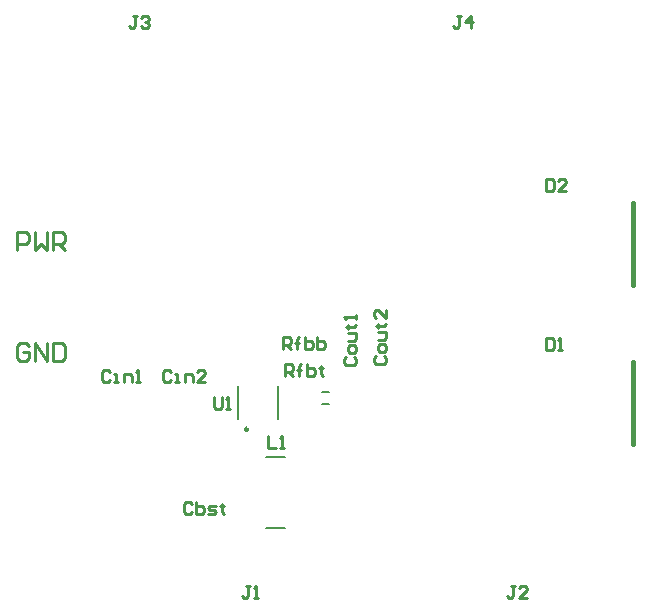
<source format=gto>
G04*
G04 #@! TF.GenerationSoftware,Altium Limited,Altium Designer,26.1.1 (7)*
G04*
G04 Layer_Color=65535*
%FSLAX25Y25*%
%MOIN*%
G70*
G04*
G04 #@! TF.SameCoordinates,7FDA374B-3F72-4115-8A6B-894D552E39AA*
G04*
G04*
G04 #@! TF.FilePolarity,Positive*
G04*
G01*
G75*
%ADD10C,0.00984*%
%ADD11C,0.00500*%
%ADD12C,0.00600*%
%ADD13C,0.01575*%
%ADD14C,0.00787*%
%ADD15C,0.01000*%
D10*
X100493Y64169D02*
G03*
X100493Y64169I-492J0D01*
G01*
D11*
X125175Y72709D02*
X127537D01*
X125175Y76764D02*
X127537D01*
D12*
X106541Y31227D02*
X112941D01*
X106541Y54827D02*
X112941D01*
D13*
X228945Y59220D02*
Y86779D01*
Y112221D02*
Y139779D01*
D14*
X97048Y67516D02*
Y78539D01*
X110434Y67516D02*
Y78539D01*
D15*
X112053Y90949D02*
Y94948D01*
X114053D01*
X114719Y94282D01*
Y92949D01*
X114053Y92282D01*
X112053D01*
X113386D02*
X114719Y90949D01*
X116719D02*
Y94282D01*
Y92949D01*
X116052D01*
X117385D01*
X116719D01*
Y94282D01*
X117385Y94948D01*
X119384D02*
Y90949D01*
X121384D01*
X122050Y91616D01*
Y92282D01*
Y92949D01*
X121384Y93615D01*
X119384D01*
X123383Y94948D02*
Y90949D01*
X125382D01*
X126049Y91616D01*
Y92282D01*
Y92949D01*
X125382Y93615D01*
X123383D01*
X112669Y82001D02*
Y85999D01*
X114668D01*
X115334Y85333D01*
Y84000D01*
X114668Y83334D01*
X112669D01*
X114002D02*
X115334Y82001D01*
X117334D02*
Y85333D01*
Y84000D01*
X116667D01*
X118000D01*
X117334D01*
Y85333D01*
X118000Y85999D01*
X120000D02*
Y82001D01*
X121999D01*
X122666Y82667D01*
Y83334D01*
Y84000D01*
X121999Y84666D01*
X120000D01*
X124665Y85333D02*
Y84666D01*
X123998D01*
X125331D01*
X124665D01*
Y82667D01*
X125331Y82001D01*
X27499Y91998D02*
X26499Y92998D01*
X24500D01*
X23500Y91998D01*
Y88000D01*
X24500Y87000D01*
X26499D01*
X27499Y88000D01*
Y89999D01*
X25499D01*
X29498Y87000D02*
Y92998D01*
X33497Y87000D01*
Y92998D01*
X35496D02*
Y87000D01*
X38495D01*
X39495Y88000D01*
Y91998D01*
X38495Y92998D01*
X35496D01*
X23500Y124000D02*
Y129998D01*
X26499D01*
X27499Y128998D01*
Y126999D01*
X26499Y125999D01*
X23500D01*
X29498Y129998D02*
Y124000D01*
X31497Y125999D01*
X33497Y124000D01*
Y129998D01*
X35496Y124000D02*
Y129998D01*
X38495D01*
X39495Y128998D01*
Y126999D01*
X38495Y125999D01*
X35496D01*
X37495D02*
X39495Y124000D01*
X107075Y62027D02*
Y58028D01*
X109741D01*
X111074D02*
X112407D01*
X111740D01*
Y62027D01*
X111074Y61360D01*
X199700Y94599D02*
Y90600D01*
X201699D01*
X202366Y91266D01*
Y93932D01*
X201699Y94599D01*
X199700D01*
X203699Y90600D02*
X205032D01*
X204365D01*
Y94599D01*
X203699Y93932D01*
X199700Y147599D02*
Y143600D01*
X201699D01*
X202366Y144266D01*
Y146932D01*
X201699Y147599D01*
X199700D01*
X206364Y143600D02*
X203699D01*
X206364Y146266D01*
Y146932D01*
X205698Y147599D01*
X204365D01*
X203699Y146932D01*
X89075Y75027D02*
Y71695D01*
X89741Y71028D01*
X91074D01*
X91741Y71695D01*
Y75027D01*
X93074Y71028D02*
X94406D01*
X93740D01*
Y75027D01*
X93074Y74360D01*
X143167Y88669D02*
X142501Y88002D01*
Y86669D01*
X143167Y86003D01*
X145833D01*
X146499Y86669D01*
Y88002D01*
X145833Y88669D01*
X146499Y90668D02*
Y92001D01*
X145833Y92667D01*
X144500D01*
X143833Y92001D01*
Y90668D01*
X144500Y90002D01*
X145833D01*
X146499Y90668D01*
X143833Y94000D02*
X145833D01*
X146499Y94667D01*
Y96666D01*
X143833D01*
X143167Y98665D02*
X143833D01*
Y97999D01*
Y99332D01*
Y98665D01*
X145833D01*
X146499Y99332D01*
Y103997D02*
Y101331D01*
X143833Y103997D01*
X143167D01*
X142501Y103331D01*
Y101998D01*
X143167Y101331D01*
X133167Y88335D02*
X132501Y87669D01*
Y86336D01*
X133167Y85669D01*
X135833D01*
X136499Y86336D01*
Y87669D01*
X135833Y88335D01*
X136499Y90334D02*
Y91667D01*
X135833Y92334D01*
X134500D01*
X133834Y91667D01*
Y90334D01*
X134500Y89668D01*
X135833D01*
X136499Y90334D01*
X133834Y93667D02*
X135833D01*
X136499Y94333D01*
Y96333D01*
X133834D01*
X133167Y98332D02*
X133834D01*
Y97666D01*
Y98998D01*
Y98332D01*
X135833D01*
X136499Y98998D01*
Y100998D02*
Y102331D01*
Y101664D01*
X132501D01*
X133167Y100998D01*
X81742Y39360D02*
X81076Y40027D01*
X79743D01*
X79076Y39360D01*
Y36694D01*
X79743Y36028D01*
X81076D01*
X81742Y36694D01*
X83075Y40027D02*
Y36028D01*
X85074D01*
X85741Y36694D01*
Y37361D01*
Y38027D01*
X85074Y38694D01*
X83075D01*
X87074Y36028D02*
X89073D01*
X89739Y36694D01*
X89073Y37361D01*
X87740D01*
X87074Y38027D01*
X87740Y38694D01*
X89739D01*
X91739Y39360D02*
Y38694D01*
X91072D01*
X92405D01*
X91739D01*
Y36694D01*
X92405Y36028D01*
X74668Y83254D02*
X74002Y83921D01*
X72669D01*
X72002Y83254D01*
Y80588D01*
X72669Y79922D01*
X74002D01*
X74668Y80588D01*
X76001Y79922D02*
X77334D01*
X76667D01*
Y82588D01*
X76001D01*
X79333Y79922D02*
Y82588D01*
X81333D01*
X81999Y81921D01*
Y79922D01*
X85998D02*
X83332D01*
X85998Y82588D01*
Y83254D01*
X85331Y83921D01*
X83998D01*
X83332Y83254D01*
X54334D02*
X53668Y83921D01*
X52335D01*
X51669Y83254D01*
Y80588D01*
X52335Y79922D01*
X53668D01*
X54334Y80588D01*
X55667Y79922D02*
X57000D01*
X56334D01*
Y82588D01*
X55667D01*
X59000Y79922D02*
Y82588D01*
X60999D01*
X61665Y81921D01*
Y79922D01*
X62998D02*
X64331D01*
X63665D01*
Y83921D01*
X62998Y83254D01*
X171334Y201999D02*
X170001D01*
X170667D01*
Y198667D01*
X170001Y198001D01*
X169334D01*
X168668Y198667D01*
X174666Y198001D02*
Y201999D01*
X172667Y200000D01*
X175332D01*
X63334Y201999D02*
X62001D01*
X62667D01*
Y198667D01*
X62001Y198001D01*
X61334D01*
X60668Y198667D01*
X64666Y201333D02*
X65333Y201999D01*
X66666D01*
X67332Y201333D01*
Y200666D01*
X66666Y200000D01*
X65999D01*
X66666D01*
X67332Y199334D01*
Y198667D01*
X66666Y198001D01*
X65333D01*
X64666Y198667D01*
X101000Y11999D02*
X99667D01*
X100334D01*
Y8667D01*
X99667Y8001D01*
X99001D01*
X98334Y8667D01*
X102333Y8001D02*
X103666D01*
X102999D01*
Y11999D01*
X102333Y11333D01*
X189333Y11999D02*
X188001D01*
X188667D01*
Y8667D01*
X188001Y8001D01*
X187334D01*
X186668Y8667D01*
X193332Y8001D02*
X190666D01*
X193332Y10667D01*
Y11333D01*
X192666Y11999D01*
X191333D01*
X190666Y11333D01*
M02*

</source>
